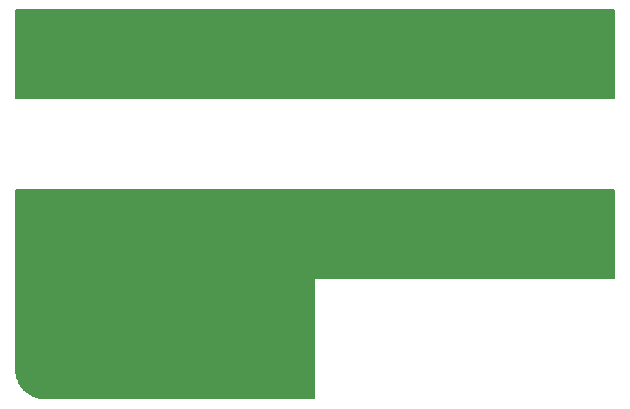
<source format=gbr>
%TF.GenerationSoftware,KiCad,Pcbnew,(6.0.10)*%
%TF.CreationDate,2023-01-20T13:23:35+09:00*%
%TF.ProjectId,PCB_Colour_Pallette,5043425f-436f-46c6-9f75-725f50616c6c,rev?*%
%TF.SameCoordinates,Original*%
%TF.FileFunction,Copper,L1,Top*%
%TF.FilePolarity,Positive*%
%FSLAX46Y46*%
G04 Gerber Fmt 4.6, Leading zero omitted, Abs format (unit mm)*
G04 Created by KiCad (PCBNEW (6.0.10)) date 2023-01-20 13:23:35*
%MOMM*%
%LPD*%
G01*
G04 APERTURE LIST*
G04 APERTURE END LIST*
%TA.AperFunction,NonConductor*%
G36*
X83761121Y-33040002D02*
G01*
X83807614Y-33093658D01*
X83819000Y-33146000D01*
X83819000Y-40514000D01*
X83798998Y-40582121D01*
X83745342Y-40628614D01*
X83693000Y-40640000D01*
X33147000Y-40640000D01*
X33078879Y-40619998D01*
X33032386Y-40566342D01*
X33021000Y-40514000D01*
X33021000Y-33146000D01*
X33041002Y-33077879D01*
X33094658Y-33031386D01*
X33147000Y-33020000D01*
X83693000Y-33020000D01*
X83761121Y-33040002D01*
G37*
%TD.AperFunction*%
%TA.AperFunction,NonConductor*%
G36*
X83761121Y-48280002D02*
G01*
X83807614Y-48333658D01*
X83819000Y-48386000D01*
X83819000Y-55754000D01*
X83798998Y-55822121D01*
X83745342Y-55868614D01*
X83693000Y-55880000D01*
X58420000Y-55880000D01*
X58420000Y-65913000D01*
X58399998Y-65981121D01*
X58346342Y-66027614D01*
X58294000Y-66039000D01*
X35563543Y-66039000D01*
X35556478Y-66038802D01*
X35329110Y-66026033D01*
X35328567Y-66026001D01*
X35280411Y-66023088D01*
X35266914Y-66021538D01*
X35092550Y-65991913D01*
X35090942Y-65991629D01*
X34988856Y-65972920D01*
X34976688Y-65970060D01*
X34817213Y-65924117D01*
X34814624Y-65923341D01*
X34756866Y-65905343D01*
X34705214Y-65889247D01*
X34694482Y-65885361D01*
X34598235Y-65845494D01*
X34545261Y-65823552D01*
X34541781Y-65822048D01*
X34433336Y-65773241D01*
X34424106Y-65768624D01*
X34284684Y-65691568D01*
X34280499Y-65689147D01*
X34176880Y-65626508D01*
X34169176Y-65621455D01*
X34040222Y-65529956D01*
X34035443Y-65526393D01*
X33939353Y-65451111D01*
X33933123Y-65445896D01*
X33815605Y-65340875D01*
X33810470Y-65336019D01*
X33723981Y-65249530D01*
X33719125Y-65244395D01*
X33614104Y-65126877D01*
X33608889Y-65120647D01*
X33533607Y-65024557D01*
X33530044Y-65019778D01*
X33438545Y-64890824D01*
X33433492Y-64883120D01*
X33370853Y-64779501D01*
X33368422Y-64775298D01*
X33291380Y-64635901D01*
X33286759Y-64626664D01*
X33237952Y-64518219D01*
X33236442Y-64514725D01*
X33174639Y-64365518D01*
X33170753Y-64354786D01*
X33136664Y-64245392D01*
X33135883Y-64242787D01*
X33089940Y-64083312D01*
X33087080Y-64071144D01*
X33068371Y-63969058D01*
X33068087Y-63967450D01*
X33038462Y-63793086D01*
X33036912Y-63779589D01*
X33033999Y-63731433D01*
X33033967Y-63730890D01*
X33021198Y-63503522D01*
X33021000Y-63496457D01*
X33021000Y-48386000D01*
X33041002Y-48317879D01*
X33094658Y-48271386D01*
X33147000Y-48260000D01*
X83693000Y-48260000D01*
X83761121Y-48280002D01*
G37*
%TD.AperFunction*%
M02*

</source>
